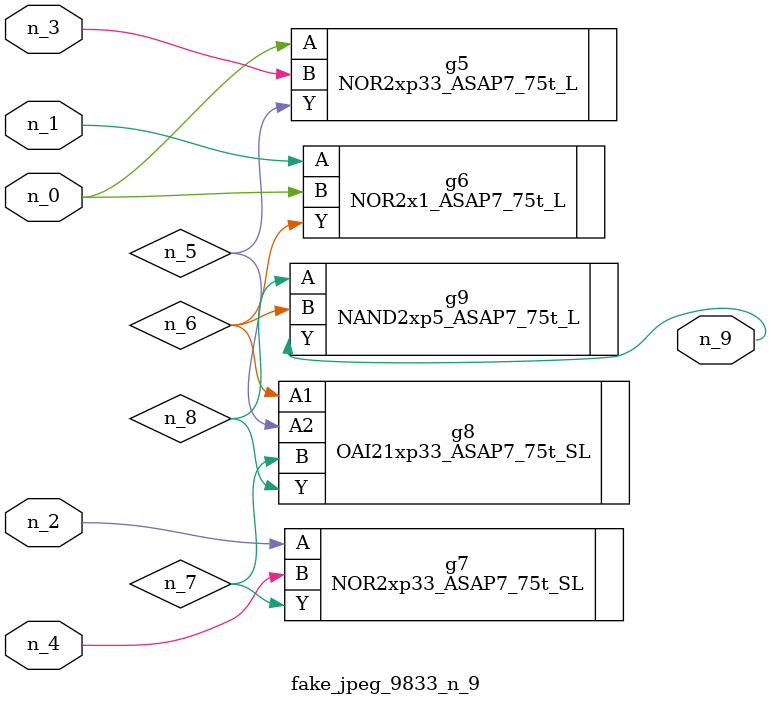
<source format=v>
module fake_jpeg_9833_n_9 (n_3, n_2, n_1, n_0, n_4, n_9);

input n_3;
input n_2;
input n_1;
input n_0;
input n_4;

output n_9;

wire n_8;
wire n_6;
wire n_5;
wire n_7;

NOR2xp33_ASAP7_75t_L g5 ( 
.A(n_0),
.B(n_3),
.Y(n_5)
);

NOR2x1_ASAP7_75t_L g6 ( 
.A(n_1),
.B(n_0),
.Y(n_6)
);

NOR2xp33_ASAP7_75t_SL g7 ( 
.A(n_2),
.B(n_4),
.Y(n_7)
);

OAI21xp33_ASAP7_75t_SL g8 ( 
.A1(n_6),
.A2(n_5),
.B(n_7),
.Y(n_8)
);

NAND2xp5_ASAP7_75t_L g9 ( 
.A(n_8),
.B(n_6),
.Y(n_9)
);


endmodule
</source>
